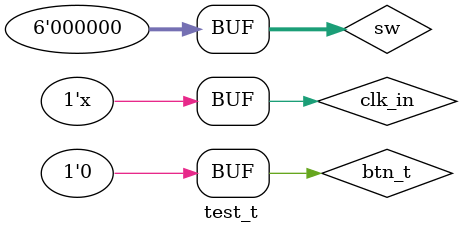
<source format=v>
`timescale 1ns / 1ps


module test_t;

	// Inputs
	reg clk_in;
	reg btn_t;
	reg [5:0] sw;

	// Outputs
	wire [6:0] seg;
	wire [3:0] an;

	// Instantiate the Unit Under Test (UUT)
	Single_Cycle_CPU uut (
		.clk_in(clk_in), 
		.btn_t(btn_t), 
		.sw(sw), 
		.seg(seg), 
		.an(an)
	);

	initial begin
		// Initialize Inputs
		clk_in = 0;
		btn_t = 0;
		sw = 0;

		// Wait 100 ns for global reset to finish
		#100;
        
		// Add stimulus here

	end
   always #10 clk_in = ~clk_in;
endmodule


</source>
